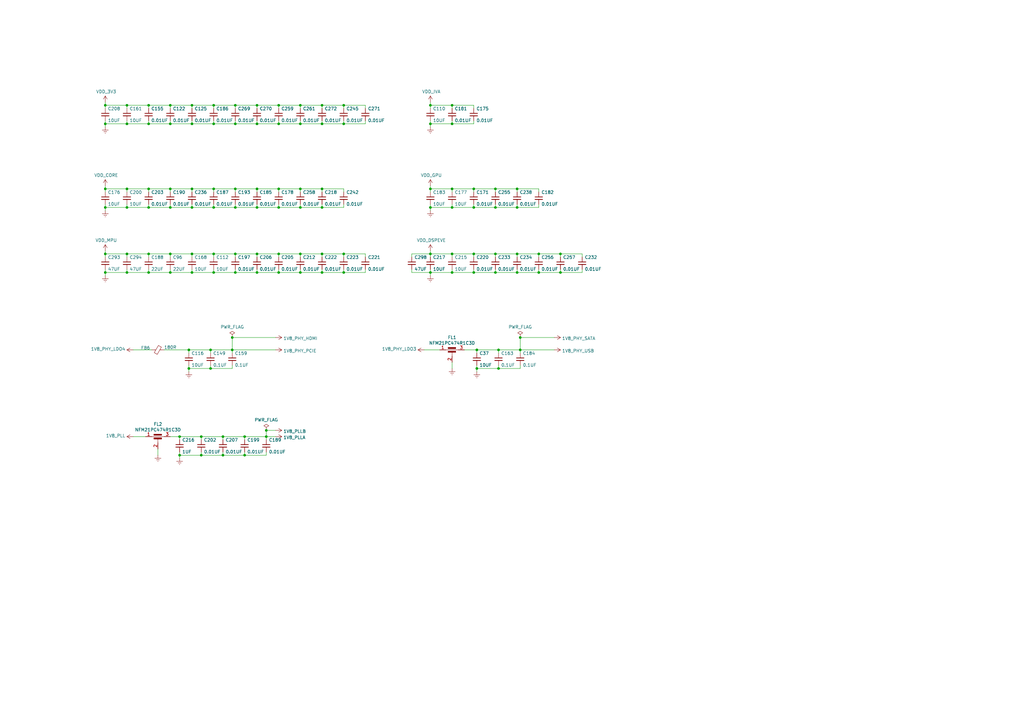
<source format=kicad_sch>
(kicad_sch (version 20210126) (generator eeschema)
  (paper "A3")
  (title_block (title "BeagleBone AI AM57x") (date "2021-01-15") (rev "Kicad-A1") (company "KiCad Services Corporation"))
  (junction (at 43.18 43.18) (diameter 0.9144))
  (junction (at 43.18 50.8) (diameter 0.9144))
  (junction (at 43.18 77.47) (diameter 0.9144))
  (junction (at 43.18 85.09) (diameter 0.9144))
  (junction (at 43.18 104.14) (diameter 0.9144))
  (junction (at 43.18 111.76) (diameter 0.9144))
  (junction (at 52.07 43.18) (diameter 0.9144))
  (junction (at 52.07 50.8) (diameter 0.9144))
  (junction (at 52.07 77.47) (diameter 0.9144))
  (junction (at 52.07 85.09) (diameter 0.9144))
  (junction (at 52.07 104.14) (diameter 0.9144))
  (junction (at 52.07 111.76) (diameter 0.9144))
  (junction (at 60.96 43.18) (diameter 0.9144))
  (junction (at 60.96 50.8) (diameter 0.9144))
  (junction (at 60.96 77.47) (diameter 0.9144))
  (junction (at 60.96 85.09) (diameter 0.9144))
  (junction (at 60.96 104.14) (diameter 0.9144))
  (junction (at 60.96 111.76) (diameter 0.9144))
  (junction (at 69.85 43.18) (diameter 0.9144))
  (junction (at 69.85 50.8) (diameter 0.9144))
  (junction (at 69.85 77.47) (diameter 0.9144))
  (junction (at 69.85 85.09) (diameter 0.9144))
  (junction (at 69.85 104.14) (diameter 0.9144))
  (junction (at 69.85 111.76) (diameter 0.9144))
  (junction (at 73.66 179.07) (diameter 0.9144))
  (junction (at 73.66 186.69) (diameter 0.9144))
  (junction (at 77.47 143.51) (diameter 0.9144))
  (junction (at 77.47 151.13) (diameter 0.9144))
  (junction (at 78.74 43.18) (diameter 0.9144))
  (junction (at 78.74 50.8) (diameter 0.9144))
  (junction (at 78.74 77.47) (diameter 0.9144))
  (junction (at 78.74 85.09) (diameter 0.9144))
  (junction (at 78.74 104.14) (diameter 0.9144))
  (junction (at 78.74 111.76) (diameter 0.9144))
  (junction (at 82.55 179.07) (diameter 0.9144))
  (junction (at 82.55 186.69) (diameter 0.9144))
  (junction (at 86.36 143.51) (diameter 0.9144))
  (junction (at 86.36 151.13) (diameter 0.9144))
  (junction (at 87.63 43.18) (diameter 0.9144))
  (junction (at 87.63 50.8) (diameter 0.9144))
  (junction (at 87.63 77.47) (diameter 0.9144))
  (junction (at 87.63 85.09) (diameter 0.9144))
  (junction (at 87.63 104.14) (diameter 0.9144))
  (junction (at 87.63 111.76) (diameter 0.9144))
  (junction (at 91.44 179.07) (diameter 0.9144))
  (junction (at 91.44 186.69) (diameter 0.9144))
  (junction (at 95.25 138.43) (diameter 0.9144))
  (junction (at 95.25 143.51) (diameter 0.9144))
  (junction (at 96.52 43.18) (diameter 0.9144))
  (junction (at 96.52 50.8) (diameter 0.9144))
  (junction (at 96.52 77.47) (diameter 0.9144))
  (junction (at 96.52 85.09) (diameter 0.9144))
  (junction (at 96.52 104.14) (diameter 0.9144))
  (junction (at 96.52 111.76) (diameter 0.9144))
  (junction (at 100.33 179.07) (diameter 0.9144))
  (junction (at 100.33 186.69) (diameter 0.9144))
  (junction (at 105.41 43.18) (diameter 0.9144))
  (junction (at 105.41 50.8) (diameter 0.9144))
  (junction (at 105.41 77.47) (diameter 0.9144))
  (junction (at 105.41 85.09) (diameter 0.9144))
  (junction (at 105.41 104.14) (diameter 0.9144))
  (junction (at 105.41 111.76) (diameter 0.9144))
  (junction (at 109.22 176.53) (diameter 0.9144))
  (junction (at 109.22 179.07) (diameter 0.9144))
  (junction (at 114.3 43.18) (diameter 0.9144))
  (junction (at 114.3 50.8) (diameter 0.9144))
  (junction (at 114.3 77.47) (diameter 0.9144))
  (junction (at 114.3 85.09) (diameter 0.9144))
  (junction (at 114.3 104.14) (diameter 0.9144))
  (junction (at 114.3 111.76) (diameter 0.9144))
  (junction (at 123.19 43.18) (diameter 0.9144))
  (junction (at 123.19 50.8) (diameter 0.9144))
  (junction (at 123.19 77.47) (diameter 0.9144))
  (junction (at 123.19 85.09) (diameter 0.9144))
  (junction (at 123.19 104.14) (diameter 0.9144))
  (junction (at 123.19 111.76) (diameter 0.9144))
  (junction (at 132.08 43.18) (diameter 0.9144))
  (junction (at 132.08 50.8) (diameter 0.9144))
  (junction (at 132.08 77.47) (diameter 0.9144))
  (junction (at 132.08 85.09) (diameter 0.9144))
  (junction (at 132.08 104.14) (diameter 0.9144))
  (junction (at 132.08 111.76) (diameter 0.9144))
  (junction (at 140.97 43.18) (diameter 0.9144))
  (junction (at 140.97 50.8) (diameter 0.9144))
  (junction (at 140.97 104.14) (diameter 0.9144))
  (junction (at 140.97 111.76) (diameter 0.9144))
  (junction (at 176.53 43.18) (diameter 0.9144))
  (junction (at 176.53 50.8) (diameter 0.9144))
  (junction (at 176.53 77.47) (diameter 0.9144))
  (junction (at 176.53 85.09) (diameter 0.9144))
  (junction (at 176.53 104.14) (diameter 0.9144))
  (junction (at 176.53 111.76) (diameter 0.9144))
  (junction (at 185.42 43.18) (diameter 0.9144))
  (junction (at 185.42 50.8) (diameter 0.9144))
  (junction (at 185.42 77.47) (diameter 0.9144))
  (junction (at 185.42 85.09) (diameter 0.9144))
  (junction (at 185.42 104.14) (diameter 0.9144))
  (junction (at 185.42 111.76) (diameter 0.9144))
  (junction (at 194.31 77.47) (diameter 0.9144))
  (junction (at 194.31 85.09) (diameter 0.9144))
  (junction (at 194.31 104.14) (diameter 0.9144))
  (junction (at 194.31 111.76) (diameter 0.9144))
  (junction (at 195.58 143.51) (diameter 0.9144))
  (junction (at 195.58 151.13) (diameter 0.9144))
  (junction (at 203.2 77.47) (diameter 0.9144))
  (junction (at 203.2 85.09) (diameter 0.9144))
  (junction (at 203.2 104.14) (diameter 0.9144))
  (junction (at 203.2 111.76) (diameter 0.9144))
  (junction (at 204.47 143.51) (diameter 0.9144))
  (junction (at 204.47 151.13) (diameter 0.9144))
  (junction (at 212.09 77.47) (diameter 0.9144))
  (junction (at 212.09 85.09) (diameter 0.9144))
  (junction (at 212.09 104.14) (diameter 0.9144))
  (junction (at 212.09 111.76) (diameter 0.9144))
  (junction (at 213.36 138.43) (diameter 0.9144))
  (junction (at 213.36 143.51) (diameter 0.9144))
  (junction (at 220.98 104.14) (diameter 0.9144))
  (junction (at 220.98 111.76) (diameter 0.9144))
  (junction (at 229.87 104.14) (diameter 0.9144))
  (junction (at 229.87 111.76) (diameter 0.9144))
  (wire (pts (xy 43.18 41.91) (xy 43.18 43.18)))
  (wire (pts (xy 43.18 43.18) (xy 43.18 44.45)))
  (wire (pts (xy 43.18 50.8) (xy 43.18 49.53)))
  (wire (pts (xy 43.18 50.8) (xy 43.18 52.07)))
  (wire (pts (xy 43.18 77.47) (xy 43.18 76.2)))
  (wire (pts (xy 43.18 77.47) (xy 43.18 78.74)))
  (wire (pts (xy 43.18 85.09) (xy 43.18 83.82)))
  (wire (pts (xy 43.18 85.09) (xy 43.18 86.36)))
  (wire (pts (xy 43.18 102.87) (xy 43.18 104.14)))
  (wire (pts (xy 43.18 104.14) (xy 43.18 105.41)))
  (wire (pts (xy 43.18 111.76) (xy 43.18 110.49)))
  (wire (pts (xy 43.18 111.76) (xy 43.18 113.03)))
  (wire (pts (xy 52.07 43.18) (xy 43.18 43.18)))
  (wire (pts (xy 52.07 43.18) (xy 52.07 44.45)))
  (wire (pts (xy 52.07 50.8) (xy 43.18 50.8)))
  (wire (pts (xy 52.07 50.8) (xy 52.07 49.53)))
  (wire (pts (xy 52.07 77.47) (xy 43.18 77.47)))
  (wire (pts (xy 52.07 77.47) (xy 52.07 78.74)))
  (wire (pts (xy 52.07 85.09) (xy 43.18 85.09)))
  (wire (pts (xy 52.07 85.09) (xy 52.07 83.82)))
  (wire (pts (xy 52.07 104.14) (xy 43.18 104.14)))
  (wire (pts (xy 52.07 104.14) (xy 52.07 105.41)))
  (wire (pts (xy 52.07 111.76) (xy 43.18 111.76)))
  (wire (pts (xy 52.07 111.76) (xy 52.07 110.49)))
  (wire (pts (xy 54.61 143.51) (xy 62.23 143.51)))
  (wire (pts (xy 54.61 179.07) (xy 59.69 179.07)))
  (wire (pts (xy 60.96 43.18) (xy 52.07 43.18)))
  (wire (pts (xy 60.96 43.18) (xy 60.96 44.45)))
  (wire (pts (xy 60.96 50.8) (xy 52.07 50.8)))
  (wire (pts (xy 60.96 50.8) (xy 60.96 49.53)))
  (wire (pts (xy 60.96 77.47) (xy 52.07 77.47)))
  (wire (pts (xy 60.96 77.47) (xy 60.96 78.74)))
  (wire (pts (xy 60.96 85.09) (xy 52.07 85.09)))
  (wire (pts (xy 60.96 85.09) (xy 60.96 83.82)))
  (wire (pts (xy 60.96 104.14) (xy 52.07 104.14)))
  (wire (pts (xy 60.96 104.14) (xy 60.96 105.41)))
  (wire (pts (xy 60.96 111.76) (xy 52.07 111.76)))
  (wire (pts (xy 60.96 111.76) (xy 60.96 110.49)))
  (wire (pts (xy 64.77 184.15) (xy 64.77 186.69)))
  (wire (pts (xy 67.31 143.51) (xy 77.47 143.51)))
  (wire (pts (xy 69.85 43.18) (xy 60.96 43.18)))
  (wire (pts (xy 69.85 43.18) (xy 69.85 44.45)))
  (wire (pts (xy 69.85 50.8) (xy 60.96 50.8)))
  (wire (pts (xy 69.85 50.8) (xy 69.85 49.53)))
  (wire (pts (xy 69.85 77.47) (xy 60.96 77.47)))
  (wire (pts (xy 69.85 77.47) (xy 69.85 78.74)))
  (wire (pts (xy 69.85 85.09) (xy 60.96 85.09)))
  (wire (pts (xy 69.85 85.09) (xy 69.85 83.82)))
  (wire (pts (xy 69.85 104.14) (xy 60.96 104.14)))
  (wire (pts (xy 69.85 104.14) (xy 69.85 105.41)))
  (wire (pts (xy 69.85 111.76) (xy 60.96 111.76)))
  (wire (pts (xy 69.85 111.76) (xy 69.85 110.49)))
  (wire (pts (xy 69.85 179.07) (xy 73.66 179.07)))
  (wire (pts (xy 73.66 179.07) (xy 73.66 180.34)))
  (wire (pts (xy 73.66 186.69) (xy 73.66 185.42)))
  (wire (pts (xy 73.66 186.69) (xy 73.66 187.96)))
  (wire (pts (xy 77.47 143.51) (xy 77.47 144.78)))
  (wire (pts (xy 77.47 143.51) (xy 86.36 143.51)))
  (wire (pts (xy 77.47 151.13) (xy 77.47 149.86)))
  (wire (pts (xy 77.47 151.13) (xy 77.47 152.4)))
  (wire (pts (xy 78.74 43.18) (xy 69.85 43.18)))
  (wire (pts (xy 78.74 43.18) (xy 78.74 44.45)))
  (wire (pts (xy 78.74 50.8) (xy 69.85 50.8)))
  (wire (pts (xy 78.74 50.8) (xy 78.74 49.53)))
  (wire (pts (xy 78.74 77.47) (xy 69.85 77.47)))
  (wire (pts (xy 78.74 77.47) (xy 78.74 78.74)))
  (wire (pts (xy 78.74 85.09) (xy 69.85 85.09)))
  (wire (pts (xy 78.74 85.09) (xy 78.74 83.82)))
  (wire (pts (xy 78.74 104.14) (xy 69.85 104.14)))
  (wire (pts (xy 78.74 104.14) (xy 78.74 105.41)))
  (wire (pts (xy 78.74 111.76) (xy 69.85 111.76)))
  (wire (pts (xy 78.74 111.76) (xy 78.74 110.49)))
  (wire (pts (xy 82.55 179.07) (xy 73.66 179.07)))
  (wire (pts (xy 82.55 179.07) (xy 82.55 180.34)))
  (wire (pts (xy 82.55 179.07) (xy 91.44 179.07)))
  (wire (pts (xy 82.55 186.69) (xy 73.66 186.69)))
  (wire (pts (xy 82.55 186.69) (xy 82.55 185.42)))
  (wire (pts (xy 86.36 143.51) (xy 86.36 144.78)))
  (wire (pts (xy 86.36 143.51) (xy 95.25 143.51)))
  (wire (pts (xy 86.36 151.13) (xy 77.47 151.13)))
  (wire (pts (xy 86.36 151.13) (xy 86.36 149.86)))
  (wire (pts (xy 87.63 43.18) (xy 78.74 43.18)))
  (wire (pts (xy 87.63 43.18) (xy 87.63 44.45)))
  (wire (pts (xy 87.63 50.8) (xy 78.74 50.8)))
  (wire (pts (xy 87.63 50.8) (xy 87.63 49.53)))
  (wire (pts (xy 87.63 77.47) (xy 78.74 77.47)))
  (wire (pts (xy 87.63 77.47) (xy 87.63 78.74)))
  (wire (pts (xy 87.63 85.09) (xy 78.74 85.09)))
  (wire (pts (xy 87.63 85.09) (xy 87.63 83.82)))
  (wire (pts (xy 87.63 104.14) (xy 78.74 104.14)))
  (wire (pts (xy 87.63 104.14) (xy 87.63 105.41)))
  (wire (pts (xy 87.63 111.76) (xy 78.74 111.76)))
  (wire (pts (xy 87.63 111.76) (xy 87.63 110.49)))
  (wire (pts (xy 91.44 179.07) (xy 91.44 180.34)))
  (wire (pts (xy 91.44 179.07) (xy 100.33 179.07)))
  (wire (pts (xy 91.44 186.69) (xy 82.55 186.69)))
  (wire (pts (xy 91.44 186.69) (xy 91.44 185.42)))
  (wire (pts (xy 95.25 138.43) (xy 95.25 143.51)))
  (wire (pts (xy 95.25 143.51) (xy 95.25 144.78)))
  (wire (pts (xy 95.25 143.51) (xy 113.03 143.51)))
  (wire (pts (xy 95.25 151.13) (xy 86.36 151.13)))
  (wire (pts (xy 95.25 151.13) (xy 95.25 149.86)))
  (wire (pts (xy 96.52 43.18) (xy 87.63 43.18)))
  (wire (pts (xy 96.52 43.18) (xy 96.52 44.45)))
  (wire (pts (xy 96.52 50.8) (xy 87.63 50.8)))
  (wire (pts (xy 96.52 50.8) (xy 96.52 49.53)))
  (wire (pts (xy 96.52 77.47) (xy 87.63 77.47)))
  (wire (pts (xy 96.52 77.47) (xy 96.52 78.74)))
  (wire (pts (xy 96.52 85.09) (xy 87.63 85.09)))
  (wire (pts (xy 96.52 85.09) (xy 96.52 83.82)))
  (wire (pts (xy 96.52 104.14) (xy 87.63 104.14)))
  (wire (pts (xy 96.52 104.14) (xy 96.52 105.41)))
  (wire (pts (xy 96.52 111.76) (xy 87.63 111.76)))
  (wire (pts (xy 96.52 111.76) (xy 96.52 110.49)))
  (wire (pts (xy 100.33 179.07) (xy 100.33 180.34)))
  (wire (pts (xy 100.33 179.07) (xy 109.22 179.07)))
  (wire (pts (xy 100.33 186.69) (xy 91.44 186.69)))
  (wire (pts (xy 100.33 186.69) (xy 100.33 185.42)))
  (wire (pts (xy 105.41 43.18) (xy 96.52 43.18)))
  (wire (pts (xy 105.41 43.18) (xy 105.41 44.45)))
  (wire (pts (xy 105.41 50.8) (xy 96.52 50.8)))
  (wire (pts (xy 105.41 50.8) (xy 105.41 49.53)))
  (wire (pts (xy 105.41 77.47) (xy 96.52 77.47)))
  (wire (pts (xy 105.41 77.47) (xy 105.41 78.74)))
  (wire (pts (xy 105.41 85.09) (xy 96.52 85.09)))
  (wire (pts (xy 105.41 85.09) (xy 105.41 83.82)))
  (wire (pts (xy 105.41 104.14) (xy 96.52 104.14)))
  (wire (pts (xy 105.41 104.14) (xy 105.41 105.41)))
  (wire (pts (xy 105.41 111.76) (xy 96.52 111.76)))
  (wire (pts (xy 105.41 111.76) (xy 105.41 110.49)))
  (wire (pts (xy 109.22 176.53) (xy 109.22 179.07)))
  (wire (pts (xy 109.22 179.07) (xy 109.22 180.34)))
  (wire (pts (xy 109.22 179.07) (xy 113.03 179.07)))
  (wire (pts (xy 109.22 186.69) (xy 100.33 186.69)))
  (wire (pts (xy 109.22 186.69) (xy 109.22 185.42)))
  (wire (pts (xy 113.03 138.43) (xy 95.25 138.43)))
  (wire (pts (xy 113.03 176.53) (xy 109.22 176.53)))
  (wire (pts (xy 114.3 43.18) (xy 105.41 43.18)))
  (wire (pts (xy 114.3 43.18) (xy 114.3 44.45)))
  (wire (pts (xy 114.3 50.8) (xy 105.41 50.8)))
  (wire (pts (xy 114.3 50.8) (xy 114.3 49.53)))
  (wire (pts (xy 114.3 77.47) (xy 105.41 77.47)))
  (wire (pts (xy 114.3 77.47) (xy 114.3 78.74)))
  (wire (pts (xy 114.3 85.09) (xy 105.41 85.09)))
  (wire (pts (xy 114.3 85.09) (xy 114.3 83.82)))
  (wire (pts (xy 114.3 104.14) (xy 105.41 104.14)))
  (wire (pts (xy 114.3 104.14) (xy 114.3 105.41)))
  (wire (pts (xy 114.3 111.76) (xy 105.41 111.76)))
  (wire (pts (xy 114.3 111.76) (xy 114.3 110.49)))
  (wire (pts (xy 123.19 43.18) (xy 114.3 43.18)))
  (wire (pts (xy 123.19 43.18) (xy 123.19 44.45)))
  (wire (pts (xy 123.19 50.8) (xy 114.3 50.8)))
  (wire (pts (xy 123.19 50.8) (xy 123.19 49.53)))
  (wire (pts (xy 123.19 77.47) (xy 114.3 77.47)))
  (wire (pts (xy 123.19 77.47) (xy 123.19 78.74)))
  (wire (pts (xy 123.19 85.09) (xy 114.3 85.09)))
  (wire (pts (xy 123.19 85.09) (xy 123.19 83.82)))
  (wire (pts (xy 123.19 104.14) (xy 114.3 104.14)))
  (wire (pts (xy 123.19 104.14) (xy 123.19 105.41)))
  (wire (pts (xy 123.19 111.76) (xy 114.3 111.76)))
  (wire (pts (xy 123.19 111.76) (xy 123.19 110.49)))
  (wire (pts (xy 132.08 43.18) (xy 123.19 43.18)))
  (wire (pts (xy 132.08 43.18) (xy 132.08 44.45)))
  (wire (pts (xy 132.08 50.8) (xy 123.19 50.8)))
  (wire (pts (xy 132.08 50.8) (xy 132.08 49.53)))
  (wire (pts (xy 132.08 77.47) (xy 123.19 77.47)))
  (wire (pts (xy 132.08 77.47) (xy 132.08 78.74)))
  (wire (pts (xy 132.08 85.09) (xy 123.19 85.09)))
  (wire (pts (xy 132.08 85.09) (xy 132.08 83.82)))
  (wire (pts (xy 132.08 104.14) (xy 123.19 104.14)))
  (wire (pts (xy 132.08 104.14) (xy 132.08 105.41)))
  (wire (pts (xy 132.08 111.76) (xy 123.19 111.76)))
  (wire (pts (xy 132.08 111.76) (xy 132.08 110.49)))
  (wire (pts (xy 140.97 43.18) (xy 132.08 43.18)))
  (wire (pts (xy 140.97 43.18) (xy 140.97 44.45)))
  (wire (pts (xy 140.97 50.8) (xy 132.08 50.8)))
  (wire (pts (xy 140.97 50.8) (xy 140.97 49.53)))
  (wire (pts (xy 140.97 77.47) (xy 132.08 77.47)))
  (wire (pts (xy 140.97 77.47) (xy 140.97 78.74)))
  (wire (pts (xy 140.97 85.09) (xy 132.08 85.09)))
  (wire (pts (xy 140.97 85.09) (xy 140.97 83.82)))
  (wire (pts (xy 140.97 104.14) (xy 132.08 104.14)))
  (wire (pts (xy 140.97 104.14) (xy 140.97 105.41)))
  (wire (pts (xy 140.97 111.76) (xy 132.08 111.76)))
  (wire (pts (xy 140.97 111.76) (xy 140.97 110.49)))
  (wire (pts (xy 149.86 43.18) (xy 140.97 43.18)))
  (wire (pts (xy 149.86 44.45) (xy 149.86 43.18)))
  (wire (pts (xy 149.86 49.53) (xy 149.86 50.8)))
  (wire (pts (xy 149.86 50.8) (xy 140.97 50.8)))
  (wire (pts (xy 149.86 104.14) (xy 140.97 104.14)))
  (wire (pts (xy 149.86 105.41) (xy 149.86 104.14)))
  (wire (pts (xy 149.86 110.49) (xy 149.86 111.76)))
  (wire (pts (xy 149.86 111.76) (xy 140.97 111.76)))
  (wire (pts (xy 168.91 104.14) (xy 168.91 105.41)))
  (wire (pts (xy 168.91 111.76) (xy 168.91 110.49)))
  (wire (pts (xy 173.99 143.51) (xy 180.34 143.51)))
  (wire (pts (xy 176.53 41.91) (xy 176.53 43.18)))
  (wire (pts (xy 176.53 43.18) (xy 176.53 44.45)))
  (wire (pts (xy 176.53 50.8) (xy 176.53 49.53)))
  (wire (pts (xy 176.53 50.8) (xy 176.53 52.07)))
  (wire (pts (xy 176.53 76.2) (xy 176.53 77.47)))
  (wire (pts (xy 176.53 77.47) (xy 176.53 78.74)))
  (wire (pts (xy 176.53 85.09) (xy 176.53 83.82)))
  (wire (pts (xy 176.53 85.09) (xy 176.53 86.36)))
  (wire (pts (xy 176.53 104.14) (xy 168.91 104.14)))
  (wire (pts (xy 176.53 104.14) (xy 176.53 102.87)))
  (wire (pts (xy 176.53 104.14) (xy 176.53 105.41)))
  (wire (pts (xy 176.53 104.14) (xy 185.42 104.14)))
  (wire (pts (xy 176.53 111.76) (xy 168.91 111.76)))
  (wire (pts (xy 176.53 111.76) (xy 176.53 110.49)))
  (wire (pts (xy 176.53 111.76) (xy 176.53 113.03)))
  (wire (pts (xy 176.53 111.76) (xy 185.42 111.76)))
  (wire (pts (xy 185.42 43.18) (xy 176.53 43.18)))
  (wire (pts (xy 185.42 43.18) (xy 185.42 44.45)))
  (wire (pts (xy 185.42 50.8) (xy 176.53 50.8)))
  (wire (pts (xy 185.42 50.8) (xy 185.42 49.53)))
  (wire (pts (xy 185.42 77.47) (xy 176.53 77.47)))
  (wire (pts (xy 185.42 77.47) (xy 185.42 78.74)))
  (wire (pts (xy 185.42 85.09) (xy 176.53 85.09)))
  (wire (pts (xy 185.42 85.09) (xy 185.42 83.82)))
  (wire (pts (xy 185.42 104.14) (xy 185.42 105.41)))
  (wire (pts (xy 185.42 111.76) (xy 185.42 110.49)))
  (wire (pts (xy 185.42 148.59) (xy 185.42 151.13)))
  (wire (pts (xy 190.5 143.51) (xy 195.58 143.51)))
  (wire (pts (xy 194.31 43.18) (xy 185.42 43.18)))
  (wire (pts (xy 194.31 43.18) (xy 194.31 44.45)))
  (wire (pts (xy 194.31 50.8) (xy 185.42 50.8)))
  (wire (pts (xy 194.31 50.8) (xy 194.31 49.53)))
  (wire (pts (xy 194.31 77.47) (xy 185.42 77.47)))
  (wire (pts (xy 194.31 77.47) (xy 194.31 78.74)))
  (wire (pts (xy 194.31 85.09) (xy 185.42 85.09)))
  (wire (pts (xy 194.31 85.09) (xy 194.31 83.82)))
  (wire (pts (xy 194.31 104.14) (xy 185.42 104.14)))
  (wire (pts (xy 194.31 104.14) (xy 194.31 105.41)))
  (wire (pts (xy 194.31 111.76) (xy 185.42 111.76)))
  (wire (pts (xy 194.31 111.76) (xy 194.31 110.49)))
  (wire (pts (xy 195.58 143.51) (xy 195.58 144.78)))
  (wire (pts (xy 195.58 143.51) (xy 204.47 143.51)))
  (wire (pts (xy 195.58 151.13) (xy 195.58 149.86)))
  (wire (pts (xy 195.58 151.13) (xy 195.58 152.4)))
  (wire (pts (xy 203.2 77.47) (xy 194.31 77.47)))
  (wire (pts (xy 203.2 77.47) (xy 203.2 78.74)))
  (wire (pts (xy 203.2 85.09) (xy 194.31 85.09)))
  (wire (pts (xy 203.2 85.09) (xy 203.2 83.82)))
  (wire (pts (xy 203.2 104.14) (xy 194.31 104.14)))
  (wire (pts (xy 203.2 104.14) (xy 203.2 105.41)))
  (wire (pts (xy 203.2 111.76) (xy 194.31 111.76)))
  (wire (pts (xy 203.2 111.76) (xy 203.2 110.49)))
  (wire (pts (xy 204.47 143.51) (xy 204.47 144.78)))
  (wire (pts (xy 204.47 143.51) (xy 213.36 143.51)))
  (wire (pts (xy 204.47 151.13) (xy 195.58 151.13)))
  (wire (pts (xy 204.47 151.13) (xy 204.47 149.86)))
  (wire (pts (xy 212.09 77.47) (xy 203.2 77.47)))
  (wire (pts (xy 212.09 77.47) (xy 212.09 78.74)))
  (wire (pts (xy 212.09 85.09) (xy 203.2 85.09)))
  (wire (pts (xy 212.09 85.09) (xy 212.09 83.82)))
  (wire (pts (xy 212.09 104.14) (xy 203.2 104.14)))
  (wire (pts (xy 212.09 104.14) (xy 212.09 105.41)))
  (wire (pts (xy 212.09 111.76) (xy 203.2 111.76)))
  (wire (pts (xy 212.09 111.76) (xy 212.09 110.49)))
  (wire (pts (xy 213.36 138.43) (xy 227.33 138.43)))
  (wire (pts (xy 213.36 143.51) (xy 213.36 138.43)))
  (wire (pts (xy 213.36 143.51) (xy 213.36 144.78)))
  (wire (pts (xy 213.36 143.51) (xy 227.33 143.51)))
  (wire (pts (xy 213.36 151.13) (xy 204.47 151.13)))
  (wire (pts (xy 213.36 151.13) (xy 213.36 149.86)))
  (wire (pts (xy 220.98 77.47) (xy 212.09 77.47)))
  (wire (pts (xy 220.98 77.47) (xy 220.98 78.74)))
  (wire (pts (xy 220.98 85.09) (xy 212.09 85.09)))
  (wire (pts (xy 220.98 85.09) (xy 220.98 83.82)))
  (wire (pts (xy 220.98 104.14) (xy 212.09 104.14)))
  (wire (pts (xy 220.98 104.14) (xy 220.98 105.41)))
  (wire (pts (xy 220.98 111.76) (xy 212.09 111.76)))
  (wire (pts (xy 220.98 111.76) (xy 220.98 110.49)))
  (wire (pts (xy 229.87 104.14) (xy 220.98 104.14)))
  (wire (pts (xy 229.87 104.14) (xy 229.87 105.41)))
  (wire (pts (xy 229.87 111.76) (xy 220.98 111.76)))
  (wire (pts (xy 229.87 111.76) (xy 229.87 110.49)))
  (wire (pts (xy 238.76 104.14) (xy 229.87 104.14)))
  (wire (pts (xy 238.76 104.14) (xy 238.76 105.41)))
  (wire (pts (xy 238.76 111.76) (xy 229.87 111.76)))
  (wire (pts (xy 238.76 111.76) (xy 238.76 110.49)))
  (symbol (lib_id "power:PWR_FLAG") (at 95.25 138.43 0) (unit 1)
    (property "Reference" "#FLG0102" (effects hide))
    (property "Value" "PWR_FLAG" (at 95.25 134.1056 0))
  )
  (symbol (lib_id "power:PWR_FLAG") (at 109.22 176.53 0) (unit 1)
    (property "Reference" "#FLG0101" (effects hide))
    (property "Value" "PWR_FLAG" (at 109.22 172.2056 0))
  )
  (symbol (lib_id "power:PWR_FLAG") (at 213.36 138.43 0) (unit 1)
    (property "Reference" "#FLG0103" (effects hide))
    (property "Value" "PWR_FLAG" (at 213.36 134.1056 0))
  )
  (symbol (lib_id "beaglebone-ai:VDD_3V3") (at 43.18 41.91 0) (unit 1)
    (property "Reference" "#PWR0371" (effects hide))
    (property "Value" "VDD_3V3" (at 43.5483 37.5856 0))
  )
  (symbol (lib_id "beaglebone-ai:VDD_CORE") (at 43.18 76.2 0) (unit 1)
    (property "Reference" "#PWR0364" (effects hide))
    (property "Value" "VDD_CORE" (at 43.5483 71.8756 0))
  )
  (symbol (lib_id "beaglebone-ai:VDD_MPU") (at 43.18 102.87 0) (unit 1)
    (property "Reference" "#PWR0366" (effects hide))
    (property "Value" "VDD_MPU" (at 43.5483 98.5456 0))
  )
  (symbol (lib_id "beaglebone-ai:1V8_PHY_LDO4") (at 54.61 143.51 90) (unit 1)
    (property "Reference" "#PWR0373" (effects hide))
    (property "Value" "1V8_PHY_LDO4" (at 51.4349 143.1417 90) (effects (justify left)))
  )
  (symbol (lib_id "beaglebone-ai:1V8_PLL") (at 54.61 179.07 90) (unit 1)
    (property "Reference" "#PWR0367" (effects hide))
    (property "Value" "1V8_PLL" (at 51.4349 178.7017 90) (effects (justify left)))
  )
  (symbol (lib_id "beaglebone-ai:1V8_PHY_HDMI") (at 113.03 138.43 270) (unit 1)
    (property "Reference" "#PWR0377" (effects hide))
    (property "Value" "1V8_PHY_HDMI" (at 116.2051 138.7983 90) (effects (justify left)))
  )
  (symbol (lib_id "beaglebone-ai:1V8_PHY_PCIE") (at 113.03 143.51 270) (unit 1)
    (property "Reference" "#PWR0378" (effects hide))
    (property "Value" "1V8_PHY_PCIE" (at 116.2051 143.8783 90) (effects (justify left)))
  )
  (symbol (lib_id "beaglebone-ai:1V8_PLLB") (at 113.03 176.53 270) (unit 1)
    (property "Reference" "#PWR0375" (effects hide))
    (property "Value" "1V8_PLLB" (at 116.2051 176.8983 90) (effects (justify left)))
  )
  (symbol (lib_id "beaglebone-ai:1V8_PLLA") (at 113.03 179.07 270) (unit 1)
    (property "Reference" "#PWR0376" (effects hide))
    (property "Value" "1V8_PLLA" (at 116.2051 179.4383 90) (effects (justify left)))
  )
  (symbol (lib_id "beaglebone-ai:1V8_PHY_LDO3") (at 173.99 143.51 90) (unit 1)
    (property "Reference" "#PWR0388" (effects hide))
    (property "Value" "1V8_PHY_LDO3" (at 170.8149 143.1417 90) (effects (justify left)))
  )
  (symbol (lib_id "beaglebone-ai:VDD_IVA") (at 176.53 41.91 0) (unit 1)
    (property "Reference" "#PWR0382" (effects hide))
    (property "Value" "VDD_IVA" (at 176.8983 37.5856 0))
  )
  (symbol (lib_id "beaglebone-ai:VDD_GPU") (at 176.53 76.2 0) (unit 1)
    (property "Reference" "#PWR0383" (effects hide))
    (property "Value" "VDD_GPU" (at 176.8983 71.8756 0))
  )
  (symbol (lib_id "beaglebone-ai:VDD_DSPEVE") (at 176.53 102.87 0) (unit 1)
    (property "Reference" "#PWR0380" (effects hide))
    (property "Value" "VDD_DSPEVE" (at 176.8983 98.5456 0))
  )
  (symbol (lib_id "beaglebone-ai:1V8_PHY_SATA") (at 227.33 138.43 270) (unit 1)
    (property "Reference" "#PWR0384" (effects hide))
    (property "Value" "1V8_PHY_SATA" (at 230.5051 138.7983 90) (effects (justify left)))
  )
  (symbol (lib_id "beaglebone-ai:1V8_PHY_USB") (at 227.33 143.51 270) (unit 1)
    (property "Reference" "#PWR0385" (effects hide))
    (property "Value" "1V8_PHY_USB" (at 230.5051 143.8783 90) (effects (justify left)))
  )
  (symbol (lib_id "power:Earth") (at 43.18 52.07 0) (unit 1)
    (property "Reference" "#PWR0370" (effects hide))
    (property "Value" "Earth" (effects hide))
  )
  (symbol (lib_id "power:Earth") (at 43.18 86.36 0) (unit 1)
    (property "Reference" "#PWR0365" (effects hide))
    (property "Value" "Earth" (effects hide))
  )
  (symbol (lib_id "power:Earth") (at 43.18 113.03 0) (unit 1)
    (property "Reference" "#PWR0372" (effects hide))
    (property "Value" "Earth" (effects hide))
  )
  (symbol (lib_id "power:Earth") (at 64.77 186.69 0) (unit 1)
    (property "Reference" "#PWR0369" (effects hide))
    (property "Value" "Earth" (effects hide))
  )
  (symbol (lib_id "power:Earth") (at 73.66 187.96 0) (unit 1)
    (property "Reference" "#PWR0368" (effects hide))
    (property "Value" "Earth" (effects hide))
  )
  (symbol (lib_id "power:Earth") (at 77.47 152.4 0) (unit 1)
    (property "Reference" "#PWR0374" (effects hide))
    (property "Value" "Earth" (effects hide))
  )
  (symbol (lib_id "power:Earth") (at 176.53 52.07 0) (unit 1)
    (property "Reference" "#PWR0381" (effects hide))
    (property "Value" "Earth" (effects hide))
  )
  (symbol (lib_id "power:Earth") (at 176.53 86.36 0) (unit 1)
    (property "Reference" "#PWR0379" (effects hide))
    (property "Value" "Earth" (effects hide))
  )
  (symbol (lib_id "power:Earth") (at 176.53 113.03 0) (unit 1)
    (property "Reference" "#PWR0389" (effects hide))
    (property "Value" "Earth" (effects hide))
  )
  (symbol (lib_id "power:Earth") (at 185.42 151.13 0) (unit 1)
    (property "Reference" "#PWR0386" (effects hide))
    (property "Value" "Earth" (effects hide))
  )
  (symbol (lib_id "power:Earth") (at 195.58 152.4 0) (unit 1)
    (property "Reference" "#PWR0387" (effects hide))
    (property "Value" "Earth" (effects hide))
  )
  (symbol (lib_id "Device:C_Small") (at 43.18 46.99 0) (unit 1)
    (property "Reference" "C208" (at 44.234 44.571 0) (effects (justify left)))
    (property "Value" "10UF" (at 44.234 49.409 0) (effects (justify left)))
    (property "Footprint" "beaglebone-ai:C0603" (effects hide))
    (property "Description" "CAP,10UF,+/-10%,X5R,10V,SMD0603" (effects hide))
    (property "Manufacturer" "Murata" (effects hide))
    (property "Manufacturer P/N" "GRM188R61A106KE69D" (effects hide))
    (property "Rating" "10V,X5R" (effects hide))
  )
  (symbol (lib_id "Device:C_Small") (at 43.18 81.28 0) (unit 1)
    (property "Reference" "C176" (at 44.234 78.861 0) (effects (justify left)))
    (property "Value" "10UF" (at 44.234 83.699 0) (effects (justify left)))
    (property "Footprint" "beaglebone-ai:C0402" (effects hide))
    (property "Description" "CAP,10UF,+/-20%,X5R,6.3V,SMD0402" (effects hide))
    (property "Manufacturer" "Yageo" (effects hide))
    (property "Manufacturer P/N" "CC0402MRX5R5BB106" (effects hide))
    (property "Rating" "X5R,6.3V" (effects hide))
  )
  (symbol (lib_id "Device:C_Small") (at 43.18 107.95 0) (unit 1)
    (property "Reference" "C293" (at 44.234 105.531 0) (effects (justify left)))
    (property "Value" "47UF" (at 44.234 110.369 0) (effects (justify left)))
    (property "Footprint" "beaglebone-ai:C0805" (effects hide))
    (property "Description" "CAP,47UF,+/-20%,X5R,6.3V,SMD0805" (effects hide))
    (property "Manufacturer" "MURATA" (effects hide))
    (property "Manufacturer P/N" "GRM21BR60J476ME15L" (effects hide))
    (property "Rating" "6.3V,X5R" (effects hide))
  )
  (symbol (lib_id "Device:C_Small") (at 52.07 46.99 0) (unit 1)
    (property "Reference" "C161" (at 53.124 44.571 0) (effects (justify left)))
    (property "Value" "10UF" (at 53.124 49.409 0) (effects (justify left)))
    (property "Footprint" "beaglebone-ai:C0603" (effects hide))
    (property "Description" "CAP,10UF,+/-10%,X5R,10V,SMD0603" (effects hide))
    (property "Manufacturer" "Murata" (effects hide))
    (property "Manufacturer P/N" "GRM188R61A106KE69D" (effects hide))
    (property "Rating" "10V,X5R" (effects hide))
  )
  (symbol (lib_id "Device:C_Small") (at 52.07 81.28 0) (unit 1)
    (property "Reference" "C200" (at 53.124 78.861 0) (effects (justify left)))
    (property "Value" "10UF" (at 53.124 83.699 0) (effects (justify left)))
    (property "Footprint" "beaglebone-ai:C0402" (effects hide))
    (property "Description" "CAP,10UF,+/-20%,X5R,6.3V,SMD0402" (effects hide))
    (property "Manufacturer" "Yageo" (effects hide))
    (property "Manufacturer P/N" "CC0402MRX5R5BB106" (effects hide))
    (property "Rating" "X5R,6.3V" (effects hide))
  )
  (symbol (lib_id "Device:C_Small") (at 52.07 107.95 0) (unit 1)
    (property "Reference" "C294" (at 53.124 105.531 0) (effects (justify left)))
    (property "Value" "47UF" (at 53.124 110.369 0) (effects (justify left)))
    (property "Footprint" "beaglebone-ai:C0805" (effects hide))
    (property "Description" "CAP,47UF,+/-20%,X5R,6.3V,SMD0805" (effects hide))
    (property "Manufacturer" "MURATA" (effects hide))
    (property "Manufacturer P/N" "GRM21BR60J476ME15L" (effects hide))
    (property "Rating" "6.3V,X5R" (effects hide))
  )
  (symbol (lib_id "Device:C_Small") (at 60.96 46.99 0) (unit 1)
    (property "Reference" "C155" (at 62.014 44.571 0) (effects (justify left)))
    (property "Value" "0.01UF" (at 62.014 49.409 0) (effects (justify left)))
    (property "Footprint" "beaglebone-ai:C0402" (effects hide))
    (property "Description" "CAP,10NF,+/-10%,X7R,16V,SMD0402" (effects hide))
    (property "Manufacturer" "MURATA" (effects hide))
    (property "Manufacturer P/N" "GRM155R71C103KA01D" (effects hide))
    (property "Rating" "X7R,16V" (effects hide))
  )
  (symbol (lib_id "Device:C_Small") (at 60.96 81.28 0) (unit 1)
    (property "Reference" "C203" (at 62.014 78.861 0) (effects (justify left)))
    (property "Value" "0.01UF" (at 62.014 83.699 0) (effects (justify left)))
    (property "Footprint" "beaglebone-ai:C0402" (effects hide))
    (property "Description" "CAP,10NF,+/-10%,X7R,16V,SMD0402" (effects hide))
    (property "Manufacturer" "MURATA" (effects hide))
    (property "Manufacturer P/N" "GRM155R71C103KA01D" (effects hide))
    (property "Rating" "X7R,16V" (effects hide))
  )
  (symbol (lib_id "Device:C_Small") (at 60.96 107.95 0) (unit 1)
    (property "Reference" "C188" (at 62.014 105.531 0) (effects (justify left)))
    (property "Value" "22UF" (at 62.014 110.369 0) (effects (justify left)))
    (property "Footprint" "beaglebone-ai:C0603" (effects hide))
    (property "Description" "CAP,22UF,+/-20%,X5R,6.3V,SMD0603" (effects hide))
    (property "Manufacturer" "MURATA" (effects hide))
    (property "Manufacturer P/N" "GRM188R60J226MEA0D" (effects hide))
    (property "Rating" "6.3V,X5R" (effects hide))
  )
  (symbol (lib_id "Device:C_Small") (at 69.85 46.99 0) (unit 1)
    (property "Reference" "C122" (at 70.904 44.571 0) (effects (justify left)))
    (property "Value" "0.01UF" (at 70.904 49.409 0) (effects (justify left)))
    (property "Footprint" "beaglebone-ai:C0402" (effects hide))
    (property "Description" "CAP,10NF,+/-10%,X7R,16V,SMD0402" (effects hide))
    (property "Manufacturer" "MURATA" (effects hide))
    (property "Manufacturer P/N" "GRM155R71C103KA01D" (effects hide))
    (property "Rating" "X7R,16V" (effects hide))
  )
  (symbol (lib_id "Device:C_Small") (at 69.85 81.28 0) (unit 1)
    (property "Reference" "C190" (at 70.904 78.861 0) (effects (justify left)))
    (property "Value" "0.01UF" (at 70.904 83.699 0) (effects (justify left)))
    (property "Footprint" "beaglebone-ai:C0402" (effects hide))
    (property "Description" "CAP,10NF,+/-10%,X7R,16V,SMD0402" (effects hide))
    (property "Manufacturer" "MURATA" (effects hide))
    (property "Manufacturer P/N" "GRM155R71C103KA01D" (effects hide))
    (property "Rating" "X7R,16V" (effects hide))
  )
  (symbol (lib_id "Device:C_Small") (at 69.85 107.95 0) (unit 1)
    (property "Reference" "C96" (at 70.904 105.531 0) (effects (justify left)))
    (property "Value" "22UF" (at 70.904 110.369 0) (effects (justify left)))
    (property "Footprint" "beaglebone-ai:C0603" (effects hide))
    (property "Description" "CAP,22UF,+/-20%,X5R,6.3V,SMD0603" (effects hide))
    (property "Manufacturer" "MURATA" (effects hide))
    (property "Manufacturer P/N" "GRM188R60J226MEA0D" (effects hide))
    (property "Rating" "6.3V,X5R" (effects hide))
  )
  (symbol (lib_id "Device:C_Small") (at 73.66 182.88 0) (unit 1)
    (property "Reference" "C216" (at 74.714 180.461 0) (effects (justify left)))
    (property "Value" "1UF" (at 74.714 185.299 0) (effects (justify left)))
    (property "Footprint" "beaglebone-ai:C0402" (effects hide))
    (property "Description" "CAP,1UF,+/-10%,X5R,16V,SMD0402" (effects hide))
    (property "Manufacturer" "Murata" (effects hide))
    (property "Manufacturer P/N" "GRM155R61C105KA12D" (effects hide))
    (property "Rating" "16V,X5R" (effects hide))
  )
  (symbol (lib_id "Device:C_Small") (at 77.47 147.32 0) (unit 1)
    (property "Reference" "C116" (at 78.524 144.901 0) (effects (justify left)))
    (property "Value" "10UF" (at 78.524 149.739 0) (effects (justify left)))
    (property "Footprint" "beaglebone-ai:C0603" (effects hide))
    (property "Description" "CAP,10UF,+/-10%,X5R,10V,SMD0603" (effects hide))
    (property "Manufacturer" "Murata" (effects hide))
    (property "Manufacturer P/N" "GRM188R61A106KE69D" (effects hide))
    (property "Rating" "10V,X5R" (effects hide))
  )
  (symbol (lib_id "Device:C_Small") (at 78.74 46.99 0) (unit 1)
    (property "Reference" "C125" (at 79.794 44.571 0) (effects (justify left)))
    (property "Value" "0.01UF" (at 79.794 49.409 0) (effects (justify left)))
    (property "Footprint" "beaglebone-ai:C0402" (effects hide))
    (property "Description" "CAP,10NF,+/-10%,X7R,16V,SMD0402" (effects hide))
    (property "Manufacturer" "MURATA" (effects hide))
    (property "Manufacturer P/N" "GRM155R71C103KA01D" (effects hide))
    (property "Rating" "X7R,16V" (effects hide))
  )
  (symbol (lib_id "Device:C_Small") (at 78.74 81.28 0) (unit 1)
    (property "Reference" "C236" (at 79.794 78.861 0) (effects (justify left)))
    (property "Value" "0.01UF" (at 79.794 83.699 0) (effects (justify left)))
    (property "Footprint" "beaglebone-ai:C0402" (effects hide))
    (property "Description" "CAP,10NF,+/-10%,X7R,16V,SMD0402" (effects hide))
    (property "Manufacturer" "MURATA" (effects hide))
    (property "Manufacturer P/N" "GRM155R71C103KA01D" (effects hide))
    (property "Rating" "X7R,16V" (effects hide))
  )
  (symbol (lib_id "Device:C_Small") (at 78.74 107.95 0) (unit 1)
    (property "Reference" "C168" (at 79.794 105.531 0) (effects (justify left)))
    (property "Value" "10UF" (at 79.794 110.369 0) (effects (justify left)))
    (property "Footprint" "beaglebone-ai:C0402" (effects hide))
    (property "Description" "CAP,10UF,+/-20%,X5R,6.3V,SMD0402" (effects hide))
    (property "Manufacturer" "Yageo" (effects hide))
    (property "Manufacturer P/N" "CC0402MRX5R5BB106" (effects hide))
    (property "Rating" "X5R,6.3V" (effects hide))
  )
  (symbol (lib_id "Device:C_Small") (at 82.55 182.88 0) (unit 1)
    (property "Reference" "C202" (at 83.604 180.461 0) (effects (justify left)))
    (property "Value" "0.01UF" (at 83.604 185.299 0) (effects (justify left)))
    (property "Footprint" "beaglebone-ai:C0402" (effects hide))
    (property "Description" "CAP,10NF,+/-10%,X7R,16V,SMD0402" (effects hide))
    (property "Manufacturer" "MURATA" (effects hide))
    (property "Manufacturer P/N" "GRM155R71C103KA01D" (effects hide))
    (property "Rating" "X7R,16V" (effects hide))
  )
  (symbol (lib_id "Device:C_Small") (at 86.36 147.32 0) (unit 1)
    (property "Reference" "C149" (at 87.414 144.901 0) (effects (justify left)))
    (property "Value" "0.1UF" (at 87.414 149.739 0) (effects (justify left)))
    (property "Footprint" "beaglebone-ai:C0402" (effects hide))
    (property "Description" "CAP,100NF,+/-10%,X7R,16V,SMD0402" (effects hide))
    (property "Manufacturer" "Murata" (effects hide))
    (property "Manufacturer P/N" "GRM155R71C104KA88D" (effects hide))
    (property "Rating" "16V,X7R" (effects hide))
  )
  (symbol (lib_id "Device:C_Small") (at 87.63 46.99 0) (unit 1)
    (property "Reference" "C186" (at 88.684 44.571 0) (effects (justify left)))
    (property "Value" "0.01UF" (at 88.684 49.409 0) (effects (justify left)))
    (property "Footprint" "beaglebone-ai:C0402" (effects hide))
    (property "Description" "CAP,10NF,+/-10%,X7R,16V,SMD0402" (effects hide))
    (property "Manufacturer" "MURATA" (effects hide))
    (property "Manufacturer P/N" "GRM155R71C103KA01D" (effects hide))
    (property "Rating" "X7R,16V" (effects hide))
  )
  (symbol (lib_id "Device:C_Small") (at 87.63 81.28 0) (unit 1)
    (property "Reference" "C187" (at 88.684 78.861 0) (effects (justify left)))
    (property "Value" "0.01UF" (at 88.684 83.699 0) (effects (justify left)))
    (property "Footprint" "beaglebone-ai:C0402" (effects hide))
    (property "Description" "CAP,10NF,+/-10%,X7R,16V,SMD0402" (effects hide))
    (property "Manufacturer" "MURATA" (effects hide))
    (property "Manufacturer P/N" "GRM155R71C103KA01D" (effects hide))
    (property "Rating" "X7R,16V" (effects hide))
  )
  (symbol (lib_id "Device:C_Small") (at 87.63 107.95 0) (unit 1)
    (property "Reference" "C112" (at 88.684 105.531 0) (effects (justify left)))
    (property "Value" "10UF" (at 88.684 110.369 0) (effects (justify left)))
    (property "Footprint" "beaglebone-ai:C0402" (effects hide))
    (property "Description" "CAP,10UF,+/-20%,X5R,6.3V,SMD0402" (effects hide))
    (property "Manufacturer" "Yageo" (effects hide))
    (property "Manufacturer P/N" "CC0402MRX5R5BB106" (effects hide))
    (property "Rating" "X5R,6.3V" (effects hide))
  )
  (symbol (lib_id "Device:C_Small") (at 91.44 182.88 0) (unit 1)
    (property "Reference" "C207" (at 92.494 180.461 0) (effects (justify left)))
    (property "Value" "0.01UF" (at 92.494 185.299 0) (effects (justify left)))
    (property "Footprint" "beaglebone-ai:C0402" (effects hide))
    (property "Description" "CAP,10NF,+/-10%,X7R,16V,SMD0402" (effects hide))
    (property "Manufacturer" "MURATA" (effects hide))
    (property "Manufacturer P/N" "GRM155R71C103KA01D" (effects hide))
    (property "Rating" "X7R,16V" (effects hide))
  )
  (symbol (lib_id "Device:C_Small") (at 95.25 147.32 0) (unit 1)
    (property "Reference" "C159" (at 96.304 144.901 0) (effects (justify left)))
    (property "Value" "0.1UF" (at 96.304 149.739 0) (effects (justify left)))
    (property "Footprint" "beaglebone-ai:C0402" (effects hide))
    (property "Description" "CAP,100NF,+/-10%,X7R,16V,SMD0402" (effects hide))
    (property "Manufacturer" "Murata" (effects hide))
    (property "Manufacturer P/N" "GRM155R71C104KA88D" (effects hide))
    (property "Rating" "16V,X7R" (effects hide))
  )
  (symbol (lib_id "Device:C_Small") (at 96.52 46.99 0) (unit 1)
    (property "Reference" "C269" (at 97.574 44.571 0) (effects (justify left)))
    (property "Value" "0.01UF" (at 97.574 49.409 0) (effects (justify left)))
    (property "Footprint" "beaglebone-ai:C0402" (effects hide))
    (property "Description" "CAP,10NF,+/-10%,X7R,16V,SMD0402" (effects hide))
    (property "Manufacturer" "MURATA" (effects hide))
    (property "Manufacturer P/N" "GRM155R71C103KA01D" (effects hide))
    (property "Rating" "X7R,16V" (effects hide))
  )
  (symbol (lib_id "Device:C_Small") (at 96.52 81.28 0) (unit 1)
    (property "Reference" "C193" (at 97.574 78.861 0) (effects (justify left)))
    (property "Value" "0.01UF" (at 97.574 83.699 0) (effects (justify left)))
    (property "Footprint" "beaglebone-ai:C0402" (effects hide))
    (property "Description" "CAP,10NF,+/-10%,X7R,16V,SMD0402" (effects hide))
    (property "Manufacturer" "MURATA" (effects hide))
    (property "Manufacturer P/N" "GRM155R71C103KA01D" (effects hide))
    (property "Rating" "X7R,16V" (effects hide))
  )
  (symbol (lib_id "Device:C_Small") (at 96.52 107.95 0) (unit 1)
    (property "Reference" "C197" (at 97.574 105.531 0) (effects (justify left)))
    (property "Value" "0.01UF" (at 97.574 110.369 0) (effects (justify left)))
    (property "Footprint" "beaglebone-ai:C0402" (effects hide))
    (property "Description" "CAP,10NF,+/-10%,X7R,16V,SMD0402" (effects hide))
    (property "Manufacturer" "MURATA" (effects hide))
    (property "Manufacturer P/N" "GRM155R71C103KA01D" (effects hide))
    (property "Rating" "X7R,16V" (effects hide))
  )
  (symbol (lib_id "Device:C_Small") (at 100.33 182.88 0) (unit 1)
    (property "Reference" "C199" (at 101.384 180.461 0) (effects (justify left)))
    (property "Value" "0.01UF" (at 101.384 185.299 0) (effects (justify left)))
    (property "Footprint" "beaglebone-ai:C0402" (effects hide))
    (property "Description" "CAP,10NF,+/-10%,X7R,16V,SMD0402" (effects hide))
    (property "Manufacturer" "MURATA" (effects hide))
    (property "Manufacturer P/N" "GRM155R71C103KA01D" (effects hide))
    (property "Rating" "X7R,16V" (effects hide))
  )
  (symbol (lib_id "Device:C_Small") (at 105.41 46.99 0) (unit 1)
    (property "Reference" "C270" (at 106.464 44.571 0) (effects (justify left)))
    (property "Value" "0.01UF" (at 106.464 49.409 0) (effects (justify left)))
    (property "Footprint" "beaglebone-ai:C0402" (effects hide))
    (property "Description" "CAP,10NF,+/-10%,X7R,16V,SMD0402" (effects hide))
    (property "Manufacturer" "MURATA" (effects hide))
    (property "Manufacturer P/N" "GRM155R71C103KA01D" (effects hide))
    (property "Rating" "X7R,16V" (effects hide))
  )
  (symbol (lib_id "Device:C_Small") (at 105.41 81.28 0) (unit 1)
    (property "Reference" "C185" (at 106.464 78.861 0) (effects (justify left)))
    (property "Value" "0.01UF" (at 106.464 83.699 0) (effects (justify left)))
    (property "Footprint" "beaglebone-ai:C0402" (effects hide))
    (property "Description" "CAP,10NF,+/-10%,X7R,16V,SMD0402" (effects hide))
    (property "Manufacturer" "MURATA" (effects hide))
    (property "Manufacturer P/N" "GRM155R71C103KA01D" (effects hide))
    (property "Rating" "X7R,16V" (effects hide))
  )
  (symbol (lib_id "Device:C_Small") (at 105.41 107.95 0) (unit 1)
    (property "Reference" "C206" (at 106.464 105.531 0) (effects (justify left)))
    (property "Value" "0.01UF" (at 106.464 110.369 0) (effects (justify left)))
    (property "Footprint" "beaglebone-ai:C0402" (effects hide))
    (property "Description" "CAP,10NF,+/-10%,X7R,16V,SMD0402" (effects hide))
    (property "Manufacturer" "MURATA" (effects hide))
    (property "Manufacturer P/N" "GRM155R71C103KA01D" (effects hide))
    (property "Rating" "X7R,16V" (effects hide))
  )
  (symbol (lib_id "Device:C_Small") (at 109.22 182.88 0) (unit 1)
    (property "Reference" "C189" (at 110.274 180.461 0) (effects (justify left)))
    (property "Value" "0.01UF" (at 110.274 185.299 0) (effects (justify left)))
    (property "Footprint" "beaglebone-ai:C0402" (effects hide))
    (property "Description" "CAP,10NF,+/-10%,X7R,16V,SMD0402" (effects hide))
    (property "Manufacturer" "MURATA" (effects hide))
    (property "Manufacturer P/N" "GRM155R71C103KA01D" (effects hide))
    (property "Rating" "X7R,16V" (effects hide))
  )
  (symbol (lib_id "Device:C_Small") (at 114.3 46.99 0) (unit 1)
    (property "Reference" "C259" (at 115.354 44.571 0) (effects (justify left)))
    (property "Value" "0.01UF" (at 115.354 49.409 0) (effects (justify left)))
    (property "Footprint" "beaglebone-ai:C0402" (effects hide))
    (property "Description" "CAP,10NF,+/-10%,X7R,16V,SMD0402" (effects hide))
    (property "Manufacturer" "MURATA" (effects hide))
    (property "Manufacturer P/N" "GRM155R71C103KA01D" (effects hide))
    (property "Rating" "X7R,16V" (effects hide))
  )
  (symbol (lib_id "Device:C_Small") (at 114.3 81.28 0) (unit 1)
    (property "Reference" "C178" (at 115.354 78.861 0) (effects (justify left)))
    (property "Value" "0.01UF" (at 115.354 83.699 0) (effects (justify left)))
    (property "Footprint" "beaglebone-ai:C0402" (effects hide))
    (property "Description" "CAP,10NF,+/-10%,X7R,16V,SMD0402" (effects hide))
    (property "Manufacturer" "MURATA" (effects hide))
    (property "Manufacturer P/N" "GRM155R71C103KA01D" (effects hide))
    (property "Rating" "X7R,16V" (effects hide))
  )
  (symbol (lib_id "Device:C_Small") (at 114.3 107.95 0) (unit 1)
    (property "Reference" "C205" (at 115.354 105.531 0) (effects (justify left)))
    (property "Value" "0.01UF" (at 115.354 110.369 0) (effects (justify left)))
    (property "Footprint" "beaglebone-ai:C0402" (effects hide))
    (property "Description" "CAP,10NF,+/-10%,X7R,16V,SMD0402" (effects hide))
    (property "Manufacturer" "MURATA" (effects hide))
    (property "Manufacturer P/N" "GRM155R71C103KA01D" (effects hide))
    (property "Rating" "X7R,16V" (effects hide))
  )
  (symbol (lib_id "Device:C_Small") (at 123.19 46.99 0) (unit 1)
    (property "Reference" "C261" (at 124.244 44.571 0) (effects (justify left)))
    (property "Value" "0.01UF" (at 124.244 49.409 0) (effects (justify left)))
    (property "Footprint" "beaglebone-ai:C0402" (effects hide))
    (property "Description" "CAP,10NF,+/-10%,X7R,16V,SMD0402" (effects hide))
    (property "Manufacturer" "MURATA" (effects hide))
    (property "Manufacturer P/N" "GRM155R71C103KA01D" (effects hide))
    (property "Rating" "X7R,16V" (effects hide))
  )
  (symbol (lib_id "Device:C_Small") (at 123.19 81.28 0) (unit 1)
    (property "Reference" "C258" (at 124.244 78.861 0) (effects (justify left)))
    (property "Value" "0.01UF" (at 124.244 83.699 0) (effects (justify left)))
    (property "Footprint" "beaglebone-ai:C0402" (effects hide))
    (property "Description" "CAP,10NF,+/-10%,X7R,16V,SMD0402" (effects hide))
    (property "Manufacturer" "MURATA" (effects hide))
    (property "Manufacturer P/N" "GRM155R71C103KA01D" (effects hide))
    (property "Rating" "X7R,16V" (effects hide))
  )
  (symbol (lib_id "Device:C_Small") (at 123.19 107.95 0) (unit 1)
    (property "Reference" "C212" (at 124.244 105.531 0) (effects (justify left)))
    (property "Value" "0.01UF" (at 124.244 110.369 0) (effects (justify left)))
    (property "Footprint" "beaglebone-ai:C0402" (effects hide))
    (property "Description" "CAP,10NF,+/-10%,X7R,16V,SMD0402" (effects hide))
    (property "Manufacturer" "MURATA" (effects hide))
    (property "Manufacturer P/N" "GRM155R71C103KA01D" (effects hide))
    (property "Rating" "X7R,16V" (effects hide))
  )
  (symbol (lib_id "Device:C_Small") (at 132.08 46.99 0) (unit 1)
    (property "Reference" "C272" (at 133.134 44.571 0) (effects (justify left)))
    (property "Value" "0.01UF" (at 133.134 49.409 0) (effects (justify left)))
    (property "Footprint" "beaglebone-ai:C0402" (effects hide))
    (property "Description" "CAP,10NF,+/-10%,X7R,16V,SMD0402" (effects hide))
    (property "Manufacturer" "MURATA" (effects hide))
    (property "Manufacturer P/N" "GRM155R71C103KA01D" (effects hide))
    (property "Rating" "X7R,16V" (effects hide))
  )
  (symbol (lib_id "Device:C_Small") (at 132.08 81.28 0) (unit 1)
    (property "Reference" "C218" (at 133.134 78.861 0) (effects (justify left)))
    (property "Value" "0.01UF" (at 133.134 83.699 0) (effects (justify left)))
    (property "Footprint" "beaglebone-ai:C0402" (effects hide))
    (property "Description" "CAP,10NF,+/-10%,X7R,16V,SMD0402" (effects hide))
    (property "Manufacturer" "MURATA" (effects hide))
    (property "Manufacturer P/N" "GRM155R71C103KA01D" (effects hide))
    (property "Rating" "X7R,16V" (effects hide))
  )
  (symbol (lib_id "Device:C_Small") (at 132.08 107.95 0) (unit 1)
    (property "Reference" "C222" (at 133.134 105.531 0) (effects (justify left)))
    (property "Value" "0.01UF" (at 133.134 110.369 0) (effects (justify left)))
    (property "Footprint" "beaglebone-ai:C0402" (effects hide))
    (property "Description" "CAP,10NF,+/-10%,X7R,16V,SMD0402" (effects hide))
    (property "Manufacturer" "MURATA" (effects hide))
    (property "Manufacturer P/N" "GRM155R71C103KA01D" (effects hide))
    (property "Rating" "X7R,16V" (effects hide))
  )
  (symbol (lib_id "Device:C_Small") (at 140.97 46.99 0) (unit 1)
    (property "Reference" "C245" (at 142.024 44.571 0) (effects (justify left)))
    (property "Value" "0.01UF" (at 142.024 49.409 0) (effects (justify left)))
    (property "Footprint" "beaglebone-ai:C0402" (effects hide))
    (property "Description" "CAP,10NF,+/-10%,X7R,16V,SMD0402" (effects hide))
    (property "Manufacturer" "MURATA" (effects hide))
    (property "Manufacturer P/N" "GRM155R71C103KA01D" (effects hide))
    (property "Rating" "X7R,16V" (effects hide))
  )
  (symbol (lib_id "Device:C_Small") (at 140.97 81.28 0) (unit 1)
    (property "Reference" "C242" (at 142.024 78.861 0) (effects (justify left)))
    (property "Value" "0.01UF" (at 142.024 83.699 0) (effects (justify left)))
    (property "Footprint" "beaglebone-ai:C0402" (effects hide))
    (property "Description" "CAP,10NF,+/-10%,X7R,16V,SMD0402" (effects hide))
    (property "Manufacturer" "MURATA" (effects hide))
    (property "Manufacturer P/N" "GRM155R71C103KA01D" (effects hide))
    (property "Rating" "X7R,16V" (effects hide))
  )
  (symbol (lib_id "Device:C_Small") (at 140.97 107.95 0) (unit 1)
    (property "Reference" "C223" (at 142.024 105.531 0) (effects (justify left)))
    (property "Value" "0.01UF" (at 142.024 110.369 0) (effects (justify left)))
    (property "Footprint" "beaglebone-ai:C0402" (effects hide))
    (property "Description" "CAP,10NF,+/-10%,X7R,16V,SMD0402" (effects hide))
    (property "Manufacturer" "MURATA" (effects hide))
    (property "Manufacturer P/N" "GRM155R71C103KA01D" (effects hide))
    (property "Rating" "X7R,16V" (effects hide))
  )
  (symbol (lib_id "Device:C_Small") (at 149.86 46.99 0) (unit 1)
    (property "Reference" "C271" (at 150.914 44.571 0) (effects (justify left)))
    (property "Value" "0.01UF" (at 150.914 49.409 0) (effects (justify left)))
    (property "Footprint" "beaglebone-ai:C0402" (effects hide))
    (property "Description" "CAP,10NF,+/-10%,X7R,16V,SMD0402" (effects hide))
    (property "Manufacturer" "MURATA" (effects hide))
    (property "Manufacturer P/N" "GRM155R71C103KA01D" (effects hide))
    (property "Rating" "X7R,16V" (effects hide))
  )
  (symbol (lib_id "Device:C_Small") (at 149.86 107.95 0) (unit 1)
    (property "Reference" "C221" (at 150.914 105.531 0) (effects (justify left)))
    (property "Value" "0.01UF" (at 150.914 110.369 0) (effects (justify left)))
    (property "Footprint" "beaglebone-ai:C0402" (effects hide))
    (property "Description" "CAP,10NF,+/-10%,X7R,16V,SMD0402" (effects hide))
    (property "Manufacturer" "MURATA" (effects hide))
    (property "Manufacturer P/N" "GRM155R71C103KA01D" (effects hide))
    (property "Rating" "X7R,16V" (effects hide))
  )
  (symbol (lib_id "Device:C_Small") (at 168.91 107.95 0) (unit 1)
    (property "Reference" "C298" (at 169.964 105.531 0) (effects (justify left)))
    (property "Value" "47UF" (at 169.964 110.369 0) (effects (justify left)))
    (property "Footprint" "beaglebone-ai:C0805" (effects hide))
    (property "Description" "CAP,47UF,+/-20%,X5R,6.3V,SMD0805" (effects hide))
    (property "Manufacturer" "MURATA" (effects hide))
    (property "Manufacturer P/N" "GRM21BR60J476ME15L" (effects hide))
    (property "Rating" "6.3V,X5R" (effects hide))
  )
  (symbol (lib_id "Device:C_Small") (at 176.53 46.99 0) (unit 1)
    (property "Reference" "C110" (at 177.584 44.571 0) (effects (justify left)))
    (property "Value" "10UF" (at 177.584 49.409 0) (effects (justify left)))
    (property "Footprint" "beaglebone-ai:C0402" (effects hide))
    (property "Description" "CAP,10UF,+/-20%,X5R,6.3V,SMD0402" (effects hide))
    (property "Manufacturer" "Yageo" (effects hide))
    (property "Manufacturer P/N" "CC0402MRX5R5BB106" (effects hide))
    (property "Rating" "X5R,6.3V" (effects hide))
  )
  (symbol (lib_id "Device:C_Small") (at 176.53 81.28 0) (unit 1)
    (property "Reference" "C183" (at 177.584 78.861 0) (effects (justify left)))
    (property "Value" "10UF" (at 177.584 83.699 0) (effects (justify left)))
    (property "Footprint" "beaglebone-ai:C0402" (effects hide))
    (property "Description" "CAP,10UF,+/-20%,X5R,6.3V,SMD0402" (effects hide))
    (property "Manufacturer" "Yageo" (effects hide))
    (property "Manufacturer P/N" "CC0402MRX5R5BB106" (effects hide))
    (property "Rating" "X5R,6.3V" (effects hide))
  )
  (symbol (lib_id "Device:C_Small") (at 176.53 107.95 0) (unit 1)
    (property "Reference" "C217" (at 177.584 105.531 0) (effects (justify left)))
    (property "Value" "10UF" (at 177.584 110.369 0) (effects (justify left)))
    (property "Footprint" "beaglebone-ai:C0402" (effects hide))
    (property "Description" "CAP,10UF,+/-20%,X5R,6.3V,SMD0402" (effects hide))
    (property "Manufacturer" "Yageo" (effects hide))
    (property "Manufacturer P/N" "CC0402MRX5R5BB106" (effects hide))
    (property "Rating" "X5R,6.3V" (effects hide))
  )
  (symbol (lib_id "Device:C_Small") (at 185.42 46.99 0) (unit 1)
    (property "Reference" "C181" (at 186.474 44.571 0) (effects (justify left)))
    (property "Value" "0.01UF" (at 186.474 49.409 0) (effects (justify left)))
    (property "Footprint" "beaglebone-ai:C0402" (effects hide))
    (property "Description" "CAP,10NF,+/-10%,X7R,16V,SMD0402" (effects hide))
    (property "Manufacturer" "MURATA" (effects hide))
    (property "Manufacturer P/N" "GRM155R71C103KA01D" (effects hide))
    (property "Rating" "X7R,16V" (effects hide))
  )
  (symbol (lib_id "Device:C_Small") (at 185.42 81.28 0) (unit 1)
    (property "Reference" "C177" (at 186.474 78.861 0) (effects (justify left)))
    (property "Value" "10UF" (at 186.474 83.699 0) (effects (justify left)))
    (property "Footprint" "beaglebone-ai:C0402" (effects hide))
    (property "Description" "CAP,10UF,+/-20%,X5R,6.3V,SMD0402" (effects hide))
    (property "Manufacturer" "Yageo" (effects hide))
    (property "Manufacturer P/N" "CC0402MRX5R5BB106" (effects hide))
    (property "Rating" "X5R,6.3V" (effects hide))
  )
  (symbol (lib_id "Device:C_Small") (at 185.42 107.95 0) (unit 1)
    (property "Reference" "C215" (at 186.474 105.531 0) (effects (justify left)))
    (property "Value" "10UF" (at 186.474 110.369 0) (effects (justify left)))
    (property "Footprint" "beaglebone-ai:C0402" (effects hide))
    (property "Description" "CAP,10UF,+/-20%,X5R,6.3V,SMD0402" (effects hide))
    (property "Manufacturer" "Yageo" (effects hide))
    (property "Manufacturer P/N" "CC0402MRX5R5BB106" (effects hide))
    (property "Rating" "X5R,6.3V" (effects hide))
  )
  (symbol (lib_id "Device:C_Small") (at 194.31 46.99 0) (unit 1)
    (property "Reference" "C175" (at 195.364 44.571 0) (effects (justify left)))
    (property "Value" "0.01UF" (at 195.364 49.409 0) (effects (justify left)))
    (property "Footprint" "beaglebone-ai:C0402" (effects hide))
    (property "Description" "CAP,10NF,+/-10%,X7R,16V,SMD0402" (effects hide))
    (property "Manufacturer" "MURATA" (effects hide))
    (property "Manufacturer P/N" "GRM155R71C103KA01D" (effects hide))
    (property "Rating" "X7R,16V" (effects hide))
  )
  (symbol (lib_id "Device:C_Small") (at 194.31 81.28 0) (unit 1)
    (property "Reference" "C171" (at 195.364 78.861 0) (effects (justify left)))
    (property "Value" "0.01UF" (at 195.364 83.699 0) (effects (justify left)))
    (property "Footprint" "beaglebone-ai:C0402" (effects hide))
    (property "Description" "CAP,10NF,+/-10%,X7R,16V,SMD0402" (effects hide))
    (property "Manufacturer" "MURATA" (effects hide))
    (property "Manufacturer P/N" "GRM155R71C103KA01D" (effects hide))
    (property "Rating" "X7R,16V" (effects hide))
  )
  (symbol (lib_id "Device:C_Small") (at 194.31 107.95 0) (unit 1)
    (property "Reference" "C220" (at 195.364 105.531 0) (effects (justify left)))
    (property "Value" "0.01UF" (at 195.364 110.369 0) (effects (justify left)))
    (property "Footprint" "beaglebone-ai:C0402" (effects hide))
    (property "Description" "CAP,10NF,+/-10%,X7R,16V,SMD0402" (effects hide))
    (property "Manufacturer" "MURATA" (effects hide))
    (property "Manufacturer P/N" "GRM155R71C103KA01D" (effects hide))
    (property "Rating" "X7R,16V" (effects hide))
  )
  (symbol (lib_id "Device:C_Small") (at 195.58 147.32 0) (unit 1)
    (property "Reference" "C37" (at 196.634 144.901 0) (effects (justify left)))
    (property "Value" "10UF" (at 196.634 149.739 0) (effects (justify left)))
    (property "Footprint" "beaglebone-ai:C0603" (effects hide))
    (property "Description" "CAP,10UF,+/-10%,X5R,10V,SMD0603" (effects hide))
    (property "Manufacturer" "Murata" (effects hide))
    (property "Manufacturer P/N" "GRM188R61A106KE69D" (effects hide))
    (property "Rating" "10V,X5R" (effects hide))
  )
  (symbol (lib_id "Device:C_Small") (at 203.2 81.28 0) (unit 1)
    (property "Reference" "C255" (at 204.254 78.861 0) (effects (justify left)))
    (property "Value" "0.01UF" (at 204.254 83.699 0) (effects (justify left)))
    (property "Footprint" "beaglebone-ai:C0402" (effects hide))
    (property "Description" "CAP,10NF,+/-10%,X7R,16V,SMD0402" (effects hide))
    (property "Manufacturer" "MURATA" (effects hide))
    (property "Manufacturer P/N" "GRM155R71C103KA01D" (effects hide))
    (property "Rating" "X7R,16V" (effects hide))
  )
  (symbol (lib_id "Device:C_Small") (at 203.2 107.95 0) (unit 1)
    (property "Reference" "C233" (at 204.254 105.531 0) (effects (justify left)))
    (property "Value" "0.01UF" (at 204.254 110.369 0) (effects (justify left)))
    (property "Footprint" "beaglebone-ai:C0402" (effects hide))
    (property "Description" "CAP,10NF,+/-10%,X7R,16V,SMD0402" (effects hide))
    (property "Manufacturer" "MURATA" (effects hide))
    (property "Manufacturer P/N" "GRM155R71C103KA01D" (effects hide))
    (property "Rating" "X7R,16V" (effects hide))
  )
  (symbol (lib_id "Device:C_Small") (at 204.47 147.32 0) (unit 1)
    (property "Reference" "C163" (at 205.524 144.901 0) (effects (justify left)))
    (property "Value" "0.1UF" (at 205.524 149.739 0) (effects (justify left)))
    (property "Footprint" "beaglebone-ai:C0402" (effects hide))
    (property "Description" "CAP,100NF,+/-10%,X7R,16V,SMD0402" (effects hide))
    (property "Manufacturer" "Murata" (effects hide))
    (property "Manufacturer P/N" "GRM155R71C104KA88D" (effects hide))
    (property "Rating" "16V,X7R" (effects hide))
  )
  (symbol (lib_id "Device:C_Small") (at 212.09 81.28 0) (unit 1)
    (property "Reference" "C238" (at 213.144 78.861 0) (effects (justify left)))
    (property "Value" "0.01UF" (at 213.144 83.699 0) (effects (justify left)))
    (property "Footprint" "beaglebone-ai:C0402" (effects hide))
    (property "Description" "CAP,10NF,+/-10%,X7R,16V,SMD0402" (effects hide))
    (property "Manufacturer" "MURATA" (effects hide))
    (property "Manufacturer P/N" "GRM155R71C103KA01D" (effects hide))
    (property "Rating" "X7R,16V" (effects hide))
  )
  (symbol (lib_id "Device:C_Small") (at 212.09 107.95 0) (unit 1)
    (property "Reference" "C234" (at 213.144 105.531 0) (effects (justify left)))
    (property "Value" "0.01UF" (at 213.144 110.369 0) (effects (justify left)))
    (property "Footprint" "beaglebone-ai:C0402" (effects hide))
    (property "Description" "CAP,10NF,+/-10%,X7R,16V,SMD0402" (effects hide))
    (property "Manufacturer" "MURATA" (effects hide))
    (property "Manufacturer P/N" "GRM155R71C103KA01D" (effects hide))
    (property "Rating" "X7R,16V" (effects hide))
  )
  (symbol (lib_id "Device:C_Small") (at 213.36 147.32 0) (unit 1)
    (property "Reference" "C184" (at 214.414 144.901 0) (effects (justify left)))
    (property "Value" "0.1UF" (at 214.414 149.739 0) (effects (justify left)))
    (property "Footprint" "beaglebone-ai:C0402" (effects hide))
    (property "Description" "CAP,100NF,+/-10%,X7R,16V,SMD0402" (effects hide))
    (property "Manufacturer" "Murata" (effects hide))
    (property "Manufacturer P/N" "GRM155R71C104KA88D" (effects hide))
    (property "Rating" "16V,X7R" (effects hide))
  )
  (symbol (lib_id "Device:C_Small") (at 220.98 81.28 0) (unit 1)
    (property "Reference" "C182" (at 222.034 78.861 0) (effects (justify left)))
    (property "Value" "0.01UF" (at 222.034 83.699 0) (effects (justify left)))
    (property "Footprint" "beaglebone-ai:C0402" (effects hide))
    (property "Description" "CAP,10NF,+/-10%,X7R,16V,SMD0402" (effects hide))
    (property "Manufacturer" "MURATA" (effects hide))
    (property "Manufacturer P/N" "GRM155R71C103KA01D" (effects hide))
    (property "Rating" "X7R,16V" (effects hide))
  )
  (symbol (lib_id "Device:C_Small") (at 220.98 107.95 0) (unit 1)
    (property "Reference" "C256" (at 222.034 105.531 0) (effects (justify left)))
    (property "Value" "0.01UF" (at 222.034 110.369 0) (effects (justify left)))
    (property "Footprint" "beaglebone-ai:C0402" (effects hide))
    (property "Description" "CAP,10NF,+/-10%,X7R,16V,SMD0402" (effects hide))
    (property "Manufacturer" "MURATA" (effects hide))
    (property "Manufacturer P/N" "GRM155R71C103KA01D" (effects hide))
    (property "Rating" "X7R,16V" (effects hide))
  )
  (symbol (lib_id "Device:C_Small") (at 229.87 107.95 0) (unit 1)
    (property "Reference" "C257" (at 230.924 105.531 0) (effects (justify left)))
    (property "Value" "0.01UF" (at 230.924 110.369 0) (effects (justify left)))
    (property "Footprint" "beaglebone-ai:C0402" (effects hide))
    (property "Description" "CAP,10NF,+/-10%,X7R,16V,SMD0402" (effects hide))
    (property "Manufacturer" "MURATA" (effects hide))
    (property "Manufacturer P/N" "GRM155R71C103KA01D" (effects hide))
    (property "Rating" "X7R,16V" (effects hide))
  )
  (symbol (lib_id "Device:C_Small") (at 238.76 107.95 0) (unit 1)
    (property "Reference" "C232" (at 239.814 105.531 0) (effects (justify left)))
    (property "Value" "0.01UF" (at 239.814 110.369 0) (effects (justify left)))
    (property "Footprint" "beaglebone-ai:C0402" (effects hide))
    (property "Description" "CAP,10NF,+/-10%,X7R,16V,SMD0402" (effects hide))
    (property "Manufacturer" "MURATA" (effects hide))
    (property "Manufacturer P/N" "GRM155R71C103KA01D" (effects hide))
    (property "Rating" "X7R,16V" (effects hide))
  )
  (symbol (lib_id "Device:Ferrite_Bead_Small") (at 64.77 143.51 90) (unit 1)
    (property "Reference" "FB6" (at 59.69 142.678 90))
    (property "Value" "180R" (at 69.85 142.437 90))
    (property "Footprint" "beaglebone-ai:L0603" (effects hide))
    (property "Description" "Ferrite Bead,180ohm@100MHz,+/-25%,1500mA,0.09ohm,SMD0603" (effects hide))
    (property "Manufacturer" "Murata" (effects hide))
    (property "Manufacturer P/N" "BLM18PG181SN1D" (effects hide))
    (property "Rating" "1500mA" (effects hide))
  )
  (symbol (lib_id "Device:C_Feedthrough") (at 64.77 181.61 0) (unit 1)
    (property "Reference" "FL2" (at 64.77 173.971 0))
    (property "Value" "NFM21PC474R1C3D" (at 64.77 176.269 0))
    (property "Footprint" "beaglebone-ai:FL0805" (effects hide))
    (property "Description" "CAP Feedthru 0.47UF 20% 16V 0805" (effects hide))
    (property "Manufacturer" "Murata" (effects hide))
    (property "Manufacturer P/N" "NFM21PC474R1C3D" (effects hide))
  )
  (symbol (lib_id "Device:C_Feedthrough") (at 185.42 146.05 0) (unit 1)
    (property "Reference" "FL1" (at 185.42 138.411 0))
    (property "Value" "NFM21PC474R1C3D" (at 185.42 140.7095 0))
    (property "Footprint" "beaglebone-ai:FL0805" (effects hide))
    (property "Description" "CAP Feedthru 0.47UF 20% 16V 0805" (effects hide))
    (property "Manufacturer" "Murata" (effects hide))
    (property "Manufacturer P/N" "NFM21PC474R1C3D" (effects hide))
  )
)
</source>
